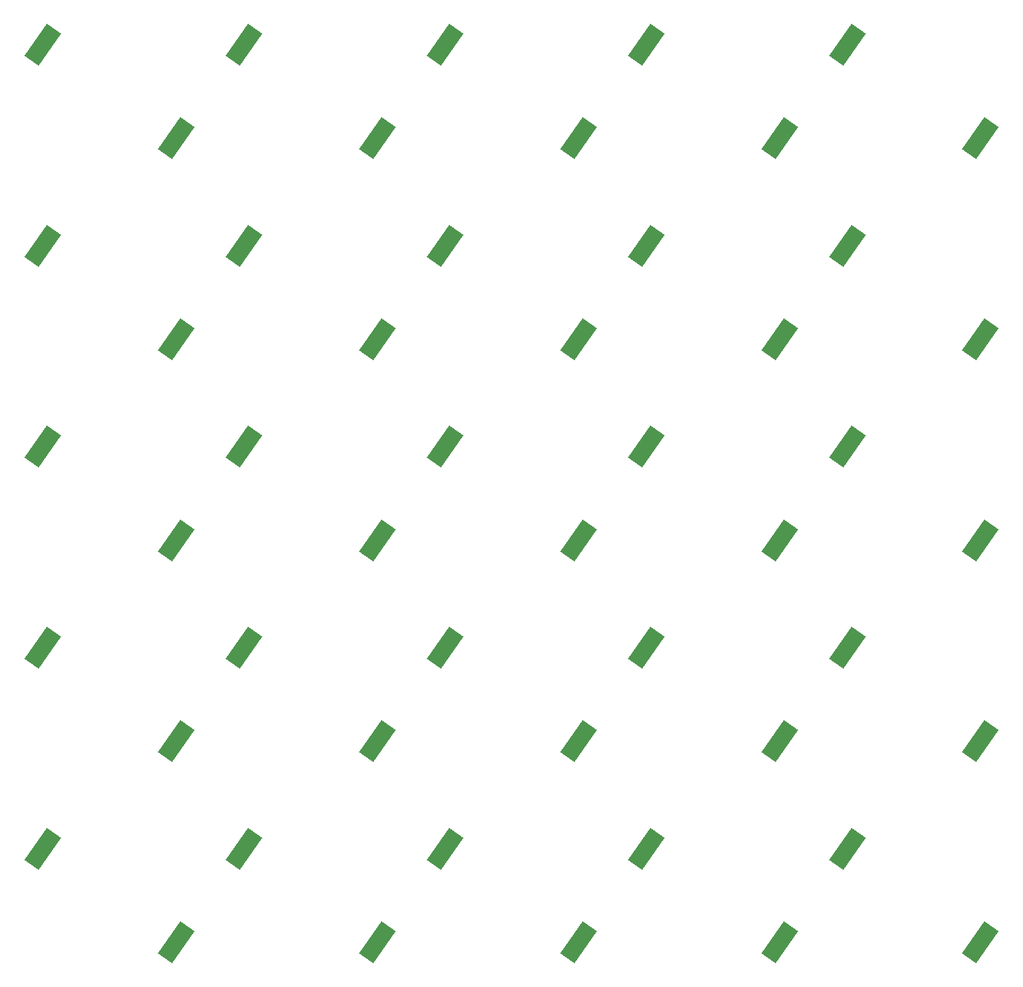
<source format=gbp>
G04 Layer_Color=128*
%FSLAX25Y25*%
%MOIN*%
G70*
G01*
G75*
G04:AMPARAMS|DCode=85|XSize=88.19mil|YSize=198.03mil|CornerRadius=0mil|HoleSize=0mil|Usage=FLASHONLY|Rotation=145.000|XOffset=0mil|YOffset=0mil|HoleType=Round|Shape=Rectangle|*
%AMROTATEDRECTD85*
4,1,4,0.09291,0.05582,-0.02067,-0.10640,-0.09291,-0.05582,0.02067,0.10640,0.09291,0.05582,0.0*
%
%ADD85ROTATEDRECTD85*%

D85*
X15201Y72694D02*
D03*
X82830Y25340D02*
D03*
X117170Y72694D02*
D03*
X184798Y25340D02*
D03*
X219138Y72694D02*
D03*
X286767Y25340D02*
D03*
X321107Y72694D02*
D03*
X388735Y25340D02*
D03*
X423075Y72694D02*
D03*
X490704Y25340D02*
D03*
X15201Y174662D02*
D03*
X82830Y127308D02*
D03*
X117170Y174662D02*
D03*
X184798Y127308D02*
D03*
X219138Y174662D02*
D03*
X286767Y127308D02*
D03*
X321107Y174662D02*
D03*
X388735Y127308D02*
D03*
X423075Y174662D02*
D03*
X490704Y127308D02*
D03*
X15201Y276631D02*
D03*
X82830Y229277D02*
D03*
X117170Y276631D02*
D03*
X184798Y229277D02*
D03*
X219138Y276631D02*
D03*
X286767Y229277D02*
D03*
X321107Y276631D02*
D03*
X388735Y229277D02*
D03*
X423075Y276631D02*
D03*
X490704Y229277D02*
D03*
X15201Y378599D02*
D03*
X82830Y331245D02*
D03*
X117170Y378599D02*
D03*
X184798Y331245D02*
D03*
X219138Y378599D02*
D03*
X286767Y331245D02*
D03*
X321107Y378599D02*
D03*
X388735Y331245D02*
D03*
X423075Y378599D02*
D03*
X490704Y331245D02*
D03*
X15201Y480568D02*
D03*
X82830Y433214D02*
D03*
X117170Y480568D02*
D03*
X184798Y433214D02*
D03*
X219138Y480568D02*
D03*
X286767Y433214D02*
D03*
X321107Y480568D02*
D03*
X388735Y433214D02*
D03*
X423075Y480568D02*
D03*
X490704Y433214D02*
D03*
M02*

</source>
